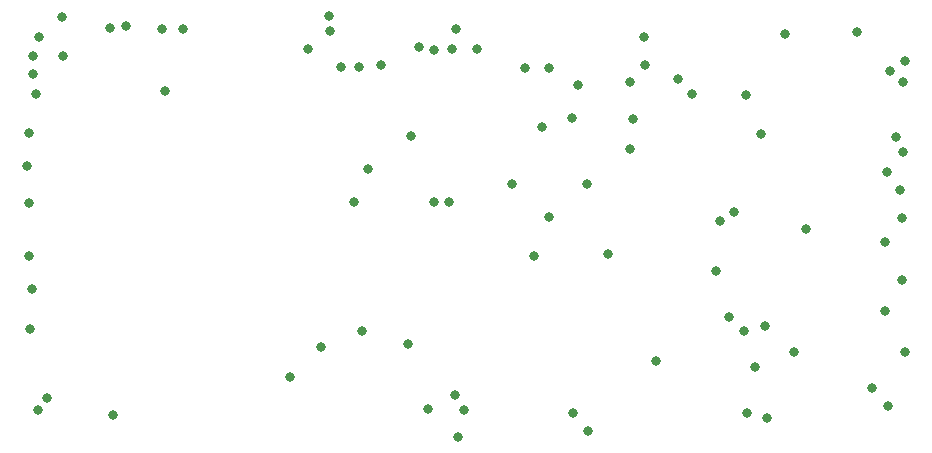
<source format=gts>
G04*
G04 #@! TF.GenerationSoftware,Altium Limited,Altium Designer,24.1.2 (44)*
G04*
G04 Layer_Color=8388736*
%FSLAX25Y25*%
%MOIN*%
G70*
G04*
G04 #@! TF.SameCoordinates,BA2A6252-B6BC-40F5-9E12-03139480D726*
G04*
G04*
G04 #@! TF.FilePolarity,Negative*
G04*
G01*
G75*
%ADD13C,0.03300*%
D13*
X209500Y127500D02*
D03*
X250000Y10000D02*
D03*
X259000Y32000D02*
D03*
X263000Y73000D02*
D03*
X294500Y86000D02*
D03*
X291000Y125500D02*
D03*
X296000Y129000D02*
D03*
X280000Y138500D02*
D03*
X130500Y34500D02*
D03*
X209000Y137000D02*
D03*
X145000Y133000D02*
D03*
X134000Y133500D02*
D03*
X97000Y133000D02*
D03*
X7000Y12500D02*
D03*
X10000Y16500D02*
D03*
X5000Y53000D02*
D03*
X4000Y81500D02*
D03*
X6500Y118000D02*
D03*
X4000Y105000D02*
D03*
X49500Y119000D02*
D03*
X31000Y140000D02*
D03*
X36500Y140500D02*
D03*
X5500Y124500D02*
D03*
X190000Y88000D02*
D03*
X149000Y12500D02*
D03*
X137000Y13000D02*
D03*
X146000Y17500D02*
D03*
X190500Y5500D02*
D03*
X234500Y75500D02*
D03*
X239000Y78500D02*
D03*
X295000Y56000D02*
D03*
X295500Y98500D02*
D03*
X290500Y14000D02*
D03*
X285000Y20000D02*
D03*
X289500Y45500D02*
D03*
X177500Y77000D02*
D03*
X197000Y64500D02*
D03*
X237500Y43500D02*
D03*
X172500Y64000D02*
D03*
X115000Y39000D02*
D03*
X101500Y33500D02*
D03*
X213000Y29000D02*
D03*
X249500Y40500D02*
D03*
X242500Y39000D02*
D03*
X233000Y59000D02*
D03*
X165000Y88000D02*
D03*
X205500Y109500D02*
D03*
X185000Y110000D02*
D03*
X131500Y104000D02*
D03*
X112500Y82000D02*
D03*
X117000Y93000D02*
D03*
X139000Y82000D02*
D03*
X144000D02*
D03*
X204500Y99500D02*
D03*
X289500Y68500D02*
D03*
X295000Y76500D02*
D03*
X248000Y104500D02*
D03*
X243000Y117500D02*
D03*
X293000Y103500D02*
D03*
X290000Y92000D02*
D03*
X220500Y123000D02*
D03*
X295500Y122000D02*
D03*
X225000Y118000D02*
D03*
X175000Y107000D02*
D03*
X187000Y121000D02*
D03*
X146500Y139500D02*
D03*
X121500Y127500D02*
D03*
X169500Y126500D02*
D03*
X177500D02*
D03*
X114000Y127000D02*
D03*
X108000D02*
D03*
X185500Y11500D02*
D03*
X296000Y32000D02*
D03*
X246000Y27000D02*
D03*
X91000Y23500D02*
D03*
X32000Y11000D02*
D03*
X243500Y11500D02*
D03*
X147000Y3500D02*
D03*
X4500Y39500D02*
D03*
X4000Y64000D02*
D03*
X3500Y94000D02*
D03*
X204500Y122000D02*
D03*
X139000Y132500D02*
D03*
X256000Y138000D02*
D03*
X153500Y133000D02*
D03*
X104500Y139000D02*
D03*
X55500Y139500D02*
D03*
X48500D02*
D03*
X15500Y130500D02*
D03*
X104000Y144000D02*
D03*
X5500Y130500D02*
D03*
X7500Y137000D02*
D03*
X15000Y143500D02*
D03*
M02*

</source>
